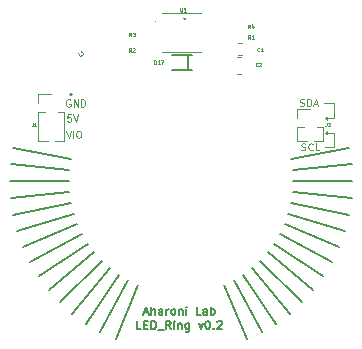
<source format=gbr>
G04 #@! TF.GenerationSoftware,KiCad,Pcbnew,(5.1.4)-1*
G04 #@! TF.CreationDate,2020-09-01T15:21:41-07:00*
G04 #@! TF.ProjectId,LED_Ring,4c45445f-5269-46e6-972e-6b696361645f,rev?*
G04 #@! TF.SameCoordinates,Original*
G04 #@! TF.FileFunction,Legend,Top*
G04 #@! TF.FilePolarity,Positive*
%FSLAX46Y46*%
G04 Gerber Fmt 4.6, Leading zero omitted, Abs format (unit mm)*
G04 Created by KiCad (PCBNEW (5.1.4)-1) date 2020-09-01 15:21:41*
%MOMM*%
%LPD*%
G04 APERTURE LIST*
%ADD10C,0.203000*%
%ADD11C,0.150000*%
%ADD12C,0.120000*%
%ADD13C,0.100000*%
%ADD14C,0.152400*%
%ADD15C,0.050000*%
%ADD16C,0.127000*%
G04 APERTURE END LIST*
D10*
X100682540Y-78146642D02*
X95778614Y-77171190D01*
X119317460Y-78146642D02*
X124221386Y-77171190D01*
X119500000Y-80000000D02*
X124500000Y-80000000D01*
X119317460Y-81853358D02*
X124221386Y-82828810D01*
X118776856Y-83635493D02*
X123396254Y-85548910D01*
X117898961Y-85277917D02*
X122056309Y-88055768D01*
X116717514Y-86717514D02*
X120253048Y-90253048D01*
X115277917Y-87898961D02*
X118055768Y-92056309D01*
X113635493Y-88776856D02*
X115548910Y-93396254D01*
X106364507Y-88776856D02*
X104451090Y-93396254D01*
X104722083Y-87898961D02*
X101944232Y-92056309D01*
X103282486Y-86717514D02*
X99746952Y-90253048D01*
X102101039Y-85277917D02*
X97943691Y-88055768D01*
X101223144Y-83635493D02*
X96603746Y-85548910D01*
X100682540Y-81853358D02*
X95778614Y-82828810D01*
X100545745Y-79068837D02*
X95569821Y-78578752D01*
X119454255Y-79068837D02*
X124430179Y-78578751D01*
X119454255Y-80931163D02*
X124430179Y-81421248D01*
X119090933Y-82757704D02*
X123875635Y-84209127D01*
X118378252Y-84478269D02*
X122787859Y-86835253D01*
X117343599Y-86026736D02*
X121208652Y-89198702D01*
X116026736Y-87343599D02*
X119198703Y-91208651D01*
X114478269Y-88378252D02*
X116835253Y-92787859D01*
X105521731Y-88378252D02*
X103164747Y-92787859D01*
X103973264Y-87343599D02*
X100801298Y-91208652D01*
X102656401Y-86026736D02*
X98791349Y-89198703D01*
X101621748Y-84478269D02*
X97212141Y-86835253D01*
X100909067Y-82757705D02*
X96124365Y-84209129D01*
X100545745Y-80931163D02*
X95569821Y-81421249D01*
X100500000Y-80000000D02*
X95500000Y-80000000D01*
D11*
X106855000Y-91109066D02*
X107188333Y-91109066D01*
X106788333Y-91309066D02*
X107021666Y-90609066D01*
X107255000Y-91309066D01*
X107488333Y-91309066D02*
X107488333Y-90609066D01*
X107788333Y-91309066D02*
X107788333Y-90942400D01*
X107755000Y-90875733D01*
X107688333Y-90842400D01*
X107588333Y-90842400D01*
X107521666Y-90875733D01*
X107488333Y-90909066D01*
X108421666Y-91309066D02*
X108421666Y-90942400D01*
X108388333Y-90875733D01*
X108321666Y-90842400D01*
X108188333Y-90842400D01*
X108121666Y-90875733D01*
X108421666Y-91275733D02*
X108355000Y-91309066D01*
X108188333Y-91309066D01*
X108121666Y-91275733D01*
X108088333Y-91209066D01*
X108088333Y-91142400D01*
X108121666Y-91075733D01*
X108188333Y-91042400D01*
X108355000Y-91042400D01*
X108421666Y-91009066D01*
X108755000Y-91309066D02*
X108755000Y-90842400D01*
X108755000Y-90975733D02*
X108788333Y-90909066D01*
X108821666Y-90875733D01*
X108888333Y-90842400D01*
X108955000Y-90842400D01*
X109288333Y-91309066D02*
X109221666Y-91275733D01*
X109188333Y-91242400D01*
X109155000Y-91175733D01*
X109155000Y-90975733D01*
X109188333Y-90909066D01*
X109221666Y-90875733D01*
X109288333Y-90842400D01*
X109388333Y-90842400D01*
X109455000Y-90875733D01*
X109488333Y-90909066D01*
X109521666Y-90975733D01*
X109521666Y-91175733D01*
X109488333Y-91242400D01*
X109455000Y-91275733D01*
X109388333Y-91309066D01*
X109288333Y-91309066D01*
X109821666Y-90842400D02*
X109821666Y-91309066D01*
X109821666Y-90909066D02*
X109855000Y-90875733D01*
X109921666Y-90842400D01*
X110021666Y-90842400D01*
X110088333Y-90875733D01*
X110121666Y-90942400D01*
X110121666Y-91309066D01*
X110455000Y-91309066D02*
X110455000Y-90842400D01*
X110455000Y-90609066D02*
X110421666Y-90642400D01*
X110455000Y-90675733D01*
X110488333Y-90642400D01*
X110455000Y-90609066D01*
X110455000Y-90675733D01*
X111655000Y-91309066D02*
X111321666Y-91309066D01*
X111321666Y-90609066D01*
X112188333Y-91309066D02*
X112188333Y-90942400D01*
X112155000Y-90875733D01*
X112088333Y-90842400D01*
X111955000Y-90842400D01*
X111888333Y-90875733D01*
X112188333Y-91275733D02*
X112121666Y-91309066D01*
X111955000Y-91309066D01*
X111888333Y-91275733D01*
X111855000Y-91209066D01*
X111855000Y-91142400D01*
X111888333Y-91075733D01*
X111955000Y-91042400D01*
X112121666Y-91042400D01*
X112188333Y-91009066D01*
X112521666Y-91309066D02*
X112521666Y-90609066D01*
X112521666Y-90875733D02*
X112588333Y-90842400D01*
X112721666Y-90842400D01*
X112788333Y-90875733D01*
X112821666Y-90909066D01*
X112855000Y-90975733D01*
X112855000Y-91175733D01*
X112821666Y-91242400D01*
X112788333Y-91275733D01*
X112721666Y-91309066D01*
X112588333Y-91309066D01*
X112521666Y-91275733D01*
X106621666Y-92509066D02*
X106288333Y-92509066D01*
X106288333Y-91809066D01*
X106855000Y-92142400D02*
X107088333Y-92142400D01*
X107188333Y-92509066D02*
X106855000Y-92509066D01*
X106855000Y-91809066D01*
X107188333Y-91809066D01*
X107488333Y-92509066D02*
X107488333Y-91809066D01*
X107655000Y-91809066D01*
X107755000Y-91842400D01*
X107821666Y-91909066D01*
X107855000Y-91975733D01*
X107888333Y-92109066D01*
X107888333Y-92209066D01*
X107855000Y-92342400D01*
X107821666Y-92409066D01*
X107755000Y-92475733D01*
X107655000Y-92509066D01*
X107488333Y-92509066D01*
X108021666Y-92575733D02*
X108555000Y-92575733D01*
X109121666Y-92509066D02*
X108888333Y-92175733D01*
X108721666Y-92509066D02*
X108721666Y-91809066D01*
X108988333Y-91809066D01*
X109055000Y-91842400D01*
X109088333Y-91875733D01*
X109121666Y-91942400D01*
X109121666Y-92042400D01*
X109088333Y-92109066D01*
X109055000Y-92142400D01*
X108988333Y-92175733D01*
X108721666Y-92175733D01*
X109421666Y-92509066D02*
X109421666Y-92042400D01*
X109421666Y-91809066D02*
X109388333Y-91842400D01*
X109421666Y-91875733D01*
X109455000Y-91842400D01*
X109421666Y-91809066D01*
X109421666Y-91875733D01*
X109755000Y-92042400D02*
X109755000Y-92509066D01*
X109755000Y-92109066D02*
X109788333Y-92075733D01*
X109855000Y-92042400D01*
X109955000Y-92042400D01*
X110021666Y-92075733D01*
X110055000Y-92142400D01*
X110055000Y-92509066D01*
X110688333Y-92042400D02*
X110688333Y-92609066D01*
X110655000Y-92675733D01*
X110621666Y-92709066D01*
X110555000Y-92742400D01*
X110455000Y-92742400D01*
X110388333Y-92709066D01*
X110688333Y-92475733D02*
X110621666Y-92509066D01*
X110488333Y-92509066D01*
X110421666Y-92475733D01*
X110388333Y-92442400D01*
X110355000Y-92375733D01*
X110355000Y-92175733D01*
X110388333Y-92109066D01*
X110421666Y-92075733D01*
X110488333Y-92042400D01*
X110621666Y-92042400D01*
X110688333Y-92075733D01*
X111488333Y-92042400D02*
X111655000Y-92509066D01*
X111821666Y-92042400D01*
X112221666Y-91809066D02*
X112288333Y-91809066D01*
X112355000Y-91842400D01*
X112388333Y-91875733D01*
X112421666Y-91942400D01*
X112455000Y-92075733D01*
X112455000Y-92242400D01*
X112421666Y-92375733D01*
X112388333Y-92442400D01*
X112355000Y-92475733D01*
X112288333Y-92509066D01*
X112221666Y-92509066D01*
X112155000Y-92475733D01*
X112121666Y-92442400D01*
X112088333Y-92375733D01*
X112055000Y-92242400D01*
X112055000Y-92075733D01*
X112088333Y-91942400D01*
X112121666Y-91875733D01*
X112155000Y-91842400D01*
X112221666Y-91809066D01*
X112755000Y-92442400D02*
X112788333Y-92475733D01*
X112755000Y-92509066D01*
X112721666Y-92475733D01*
X112755000Y-92442400D01*
X112755000Y-92509066D01*
X113055000Y-91875733D02*
X113088333Y-91842400D01*
X113155000Y-91809066D01*
X113321666Y-91809066D01*
X113388333Y-91842400D01*
X113421666Y-91875733D01*
X113455000Y-91942400D01*
X113455000Y-92009066D01*
X113421666Y-92109066D01*
X113021666Y-92509066D01*
X113455000Y-92509066D01*
D12*
X122498600Y-73338520D02*
X122130300Y-73338520D01*
X122564640Y-77092640D02*
X122153160Y-77092640D01*
D13*
G36*
X122351280Y-76033460D02*
G01*
X122183640Y-75888680D01*
X122351280Y-75741360D01*
X122351280Y-76033460D01*
G37*
X122351280Y-76033460D02*
X122183640Y-75888680D01*
X122351280Y-75741360D01*
X122351280Y-76033460D01*
G36*
X122351280Y-74832040D02*
G01*
X122183640Y-74687260D01*
X122351280Y-74539940D01*
X122351280Y-74832040D01*
G37*
X122351280Y-74832040D02*
X122183640Y-74687260D01*
X122351280Y-74539940D01*
X122351280Y-74832040D01*
D12*
X122958340Y-75886140D02*
X122308100Y-75886140D01*
X122958340Y-77092640D02*
X122958340Y-75886140D01*
X122564640Y-77092640D02*
X122958340Y-77092640D01*
X122950720Y-74687260D02*
X122330960Y-74687260D01*
X122950720Y-73338520D02*
X122950720Y-74687260D01*
X122498600Y-73338520D02*
X122950720Y-73338520D01*
D13*
X120189714Y-77357257D02*
X120275428Y-77385828D01*
X120418285Y-77385828D01*
X120475428Y-77357257D01*
X120504000Y-77328685D01*
X120532571Y-77271542D01*
X120532571Y-77214400D01*
X120504000Y-77157257D01*
X120475428Y-77128685D01*
X120418285Y-77100114D01*
X120304000Y-77071542D01*
X120246857Y-77042971D01*
X120218285Y-77014400D01*
X120189714Y-76957257D01*
X120189714Y-76900114D01*
X120218285Y-76842971D01*
X120246857Y-76814400D01*
X120304000Y-76785828D01*
X120446857Y-76785828D01*
X120532571Y-76814400D01*
X121132571Y-77328685D02*
X121104000Y-77357257D01*
X121018285Y-77385828D01*
X120961142Y-77385828D01*
X120875428Y-77357257D01*
X120818285Y-77300114D01*
X120789714Y-77242971D01*
X120761142Y-77128685D01*
X120761142Y-77042971D01*
X120789714Y-76928685D01*
X120818285Y-76871542D01*
X120875428Y-76814400D01*
X120961142Y-76785828D01*
X121018285Y-76785828D01*
X121104000Y-76814400D01*
X121132571Y-76842971D01*
X121675428Y-77385828D02*
X121389714Y-77385828D01*
X121389714Y-76785828D01*
X120073828Y-73598057D02*
X120159542Y-73626628D01*
X120302400Y-73626628D01*
X120359542Y-73598057D01*
X120388114Y-73569485D01*
X120416685Y-73512342D01*
X120416685Y-73455200D01*
X120388114Y-73398057D01*
X120359542Y-73369485D01*
X120302400Y-73340914D01*
X120188114Y-73312342D01*
X120130971Y-73283771D01*
X120102400Y-73255200D01*
X120073828Y-73198057D01*
X120073828Y-73140914D01*
X120102400Y-73083771D01*
X120130971Y-73055200D01*
X120188114Y-73026628D01*
X120330971Y-73026628D01*
X120416685Y-73055200D01*
X120673828Y-73626628D02*
X120673828Y-73026628D01*
X120816685Y-73026628D01*
X120902400Y-73055200D01*
X120959542Y-73112342D01*
X120988114Y-73169485D01*
X121016685Y-73283771D01*
X121016685Y-73369485D01*
X120988114Y-73483771D01*
X120959542Y-73540914D01*
X120902400Y-73598057D01*
X120816685Y-73626628D01*
X120673828Y-73626628D01*
X121245257Y-73455200D02*
X121530971Y-73455200D01*
X121188114Y-73626628D02*
X121388114Y-73026628D01*
X121588114Y-73626628D01*
X100284477Y-75704888D02*
X100484477Y-76304888D01*
X100684477Y-75704888D01*
X100884477Y-76304888D02*
X100884477Y-75704888D01*
X101284477Y-75704888D02*
X101398762Y-75704888D01*
X101455905Y-75733460D01*
X101513048Y-75790602D01*
X101541620Y-75904888D01*
X101541620Y-76104888D01*
X101513048Y-76219174D01*
X101455905Y-76276317D01*
X101398762Y-76304888D01*
X101284477Y-76304888D01*
X101227334Y-76276317D01*
X101170191Y-76219174D01*
X101141620Y-76104888D01*
X101141620Y-75904888D01*
X101170191Y-75790602D01*
X101227334Y-75733460D01*
X101284477Y-75704888D01*
X100672914Y-74347428D02*
X100387200Y-74347428D01*
X100358628Y-74633142D01*
X100387200Y-74604571D01*
X100444342Y-74576000D01*
X100587200Y-74576000D01*
X100644342Y-74604571D01*
X100672914Y-74633142D01*
X100701485Y-74690285D01*
X100701485Y-74833142D01*
X100672914Y-74890285D01*
X100644342Y-74918857D01*
X100587200Y-74947428D01*
X100444342Y-74947428D01*
X100387200Y-74918857D01*
X100358628Y-74890285D01*
X100872914Y-74347428D02*
X101072914Y-74947428D01*
X101272914Y-74347428D01*
X100609457Y-73106000D02*
X100552314Y-73077428D01*
X100466600Y-73077428D01*
X100380885Y-73106000D01*
X100323742Y-73163142D01*
X100295171Y-73220285D01*
X100266600Y-73334571D01*
X100266600Y-73420285D01*
X100295171Y-73534571D01*
X100323742Y-73591714D01*
X100380885Y-73648857D01*
X100466600Y-73677428D01*
X100523742Y-73677428D01*
X100609457Y-73648857D01*
X100638028Y-73620285D01*
X100638028Y-73420285D01*
X100523742Y-73420285D01*
X100895171Y-73677428D02*
X100895171Y-73077428D01*
X101238028Y-73677428D01*
X101238028Y-73077428D01*
X101523742Y-73677428D02*
X101523742Y-73077428D01*
X101666600Y-73077428D01*
X101752314Y-73106000D01*
X101809457Y-73163142D01*
X101838028Y-73220285D01*
X101866600Y-73334571D01*
X101866600Y-73420285D01*
X101838028Y-73534571D01*
X101809457Y-73591714D01*
X101752314Y-73648857D01*
X101666600Y-73677428D01*
X101523742Y-73677428D01*
D14*
X100737616Y-72649549D02*
G75*
G03X100737616Y-72649549I-76200J0D01*
G01*
D15*
X108368800Y-69095000D02*
X111721600Y-69095000D01*
X111721600Y-65742200D02*
X108368800Y-65742200D01*
X107802854Y-66485464D02*
G75*
G03X107839400Y-66342400I36546J66864D01*
G01*
D16*
X110553400Y-69340400D02*
X110553400Y-70590400D01*
X110553400Y-70590400D02*
X109253400Y-70590400D01*
X110953400Y-70590400D02*
X110553400Y-70590400D01*
X110553400Y-69340400D02*
X110953400Y-69340400D01*
X109253400Y-69340400D02*
X110553400Y-69340400D01*
D12*
X97899680Y-72613900D02*
X99009680Y-72613900D01*
X97899680Y-73373900D02*
X97899680Y-72613900D01*
X99573151Y-74133900D02*
X100119680Y-74133900D01*
X97899680Y-74133900D02*
X98446209Y-74133900D01*
X100119680Y-74133900D02*
X100119680Y-76608900D01*
X97899680Y-74133900D02*
X97899680Y-76608900D01*
X99317210Y-76608900D02*
X100119680Y-76608900D01*
X97899680Y-76608900D02*
X98702150Y-76608900D01*
X119831580Y-73883420D02*
X120941580Y-73883420D01*
X119831580Y-74643420D02*
X119831580Y-73883420D01*
X121505051Y-75403420D02*
X122051580Y-75403420D01*
X119831580Y-75403420D02*
X120378109Y-75403420D01*
X122051580Y-75403420D02*
X122051580Y-76608420D01*
X119831580Y-75403420D02*
X119831580Y-76608420D01*
X121249110Y-76608420D02*
X122051580Y-76608420D01*
X119831580Y-76608420D02*
X120634050Y-76608420D01*
X115173979Y-68298600D02*
X114848421Y-68298600D01*
X115173979Y-69318600D02*
X114848421Y-69318600D01*
D13*
X115114600Y-69480200D02*
X114704600Y-69480200D01*
X115114600Y-70880200D02*
X114704600Y-70880200D01*
D15*
X101593353Y-69276527D02*
X101480780Y-69364479D01*
X101296082Y-69128075D01*
X101795984Y-69118214D02*
X101660897Y-69223756D01*
X101728441Y-69170985D02*
X101543742Y-68934582D01*
X101547613Y-68985944D01*
X101542689Y-69026049D01*
X101528969Y-69054896D01*
X115875600Y-67928314D02*
X115775600Y-67785457D01*
X115704171Y-67928314D02*
X115704171Y-67628314D01*
X115818457Y-67628314D01*
X115847028Y-67642600D01*
X115861314Y-67656885D01*
X115875600Y-67685457D01*
X115875600Y-67728314D01*
X115861314Y-67756885D01*
X115847028Y-67771171D01*
X115818457Y-67785457D01*
X115704171Y-67785457D01*
X116161314Y-67928314D02*
X115989885Y-67928314D01*
X116075600Y-67928314D02*
X116075600Y-67628314D01*
X116047028Y-67671171D01*
X116018457Y-67699742D01*
X115989885Y-67714028D01*
X105779100Y-69020514D02*
X105679100Y-68877657D01*
X105607671Y-69020514D02*
X105607671Y-68720514D01*
X105721957Y-68720514D01*
X105750528Y-68734800D01*
X105764814Y-68749085D01*
X105779100Y-68777657D01*
X105779100Y-68820514D01*
X105764814Y-68849085D01*
X105750528Y-68863371D01*
X105721957Y-68877657D01*
X105607671Y-68877657D01*
X105893385Y-68749085D02*
X105907671Y-68734800D01*
X105936242Y-68720514D01*
X106007671Y-68720514D01*
X106036242Y-68734800D01*
X106050528Y-68749085D01*
X106064814Y-68777657D01*
X106064814Y-68806228D01*
X106050528Y-68849085D01*
X105879100Y-69020514D01*
X106064814Y-69020514D01*
X105791800Y-67712414D02*
X105691800Y-67569557D01*
X105620371Y-67712414D02*
X105620371Y-67412414D01*
X105734657Y-67412414D01*
X105763228Y-67426700D01*
X105777514Y-67440985D01*
X105791800Y-67469557D01*
X105791800Y-67512414D01*
X105777514Y-67540985D01*
X105763228Y-67555271D01*
X105734657Y-67569557D01*
X105620371Y-67569557D01*
X105891800Y-67412414D02*
X106077514Y-67412414D01*
X105977514Y-67526700D01*
X106020371Y-67526700D01*
X106048942Y-67540985D01*
X106063228Y-67555271D01*
X106077514Y-67583842D01*
X106077514Y-67655271D01*
X106063228Y-67683842D01*
X106048942Y-67698128D01*
X106020371Y-67712414D01*
X105934657Y-67712414D01*
X105906085Y-67698128D01*
X105891800Y-67683842D01*
X109925628Y-65330714D02*
X109925628Y-65573571D01*
X109939914Y-65602142D01*
X109954200Y-65616428D01*
X109982771Y-65630714D01*
X110039914Y-65630714D01*
X110068485Y-65616428D01*
X110082771Y-65602142D01*
X110097057Y-65573571D01*
X110097057Y-65330714D01*
X110397057Y-65630714D02*
X110225628Y-65630714D01*
X110311342Y-65630714D02*
X110311342Y-65330714D01*
X110282771Y-65373571D01*
X110254200Y-65402142D01*
X110225628Y-65416428D01*
X110256020Y-66141794D02*
X110256020Y-66213222D01*
X110184591Y-66184651D02*
X110256020Y-66213222D01*
X110327448Y-66184651D01*
X110213162Y-66270365D02*
X110256020Y-66213222D01*
X110298877Y-66270365D01*
X107732514Y-70075714D02*
X107732514Y-69775714D01*
X107803942Y-69775714D01*
X107846800Y-69790000D01*
X107875371Y-69818571D01*
X107889657Y-69847142D01*
X107903942Y-69904285D01*
X107903942Y-69947142D01*
X107889657Y-70004285D01*
X107875371Y-70032857D01*
X107846800Y-70061428D01*
X107803942Y-70075714D01*
X107732514Y-70075714D01*
X108189657Y-70075714D02*
X108018228Y-70075714D01*
X108103942Y-70075714D02*
X108103942Y-69775714D01*
X108075371Y-69818571D01*
X108046800Y-69847142D01*
X108018228Y-69861428D01*
X108289657Y-69775714D02*
X108489657Y-69775714D01*
X108361085Y-70075714D01*
X115852600Y-67039314D02*
X115752600Y-66896457D01*
X115681171Y-67039314D02*
X115681171Y-66739314D01*
X115795457Y-66739314D01*
X115824028Y-66753600D01*
X115838314Y-66767885D01*
X115852600Y-66796457D01*
X115852600Y-66839314D01*
X115838314Y-66867885D01*
X115824028Y-66882171D01*
X115795457Y-66896457D01*
X115681171Y-66896457D01*
X116109742Y-66839314D02*
X116109742Y-67039314D01*
X116038314Y-66725028D02*
X115966885Y-66939314D01*
X116152600Y-66939314D01*
X97450720Y-75058254D02*
X97450720Y-75272540D01*
X97436434Y-75315397D01*
X97407862Y-75343968D01*
X97365005Y-75358254D01*
X97336434Y-75358254D01*
X97750720Y-75358254D02*
X97579291Y-75358254D01*
X97665005Y-75358254D02*
X97665005Y-75058254D01*
X97636434Y-75101111D01*
X97607862Y-75129682D01*
X97579291Y-75143968D01*
X122312240Y-75058254D02*
X122312240Y-75272540D01*
X122297954Y-75315397D01*
X122269382Y-75343968D01*
X122226525Y-75358254D01*
X122197954Y-75358254D01*
X122440811Y-75086825D02*
X122455097Y-75072540D01*
X122483668Y-75058254D01*
X122555097Y-75058254D01*
X122583668Y-75072540D01*
X122597954Y-75086825D01*
X122612240Y-75115397D01*
X122612240Y-75143968D01*
X122597954Y-75186825D01*
X122426525Y-75358254D01*
X122612240Y-75358254D01*
X116637600Y-68966542D02*
X116623314Y-68980828D01*
X116580457Y-68995114D01*
X116551885Y-68995114D01*
X116509028Y-68980828D01*
X116480457Y-68952257D01*
X116466171Y-68923685D01*
X116451885Y-68866542D01*
X116451885Y-68823685D01*
X116466171Y-68766542D01*
X116480457Y-68737971D01*
X116509028Y-68709400D01*
X116551885Y-68695114D01*
X116580457Y-68695114D01*
X116623314Y-68709400D01*
X116637600Y-68723685D01*
X116923314Y-68995114D02*
X116751885Y-68995114D01*
X116837600Y-68995114D02*
X116837600Y-68695114D01*
X116809028Y-68737971D01*
X116780457Y-68766542D01*
X116751885Y-68780828D01*
X116510600Y-70236542D02*
X116496314Y-70250828D01*
X116453457Y-70265114D01*
X116424885Y-70265114D01*
X116382028Y-70250828D01*
X116353457Y-70222257D01*
X116339171Y-70193685D01*
X116324885Y-70136542D01*
X116324885Y-70093685D01*
X116339171Y-70036542D01*
X116353457Y-70007971D01*
X116382028Y-69979400D01*
X116424885Y-69965114D01*
X116453457Y-69965114D01*
X116496314Y-69979400D01*
X116510600Y-69993685D01*
X116624885Y-69993685D02*
X116639171Y-69979400D01*
X116667742Y-69965114D01*
X116739171Y-69965114D01*
X116767742Y-69979400D01*
X116782028Y-69993685D01*
X116796314Y-70022257D01*
X116796314Y-70050828D01*
X116782028Y-70093685D01*
X116610600Y-70265114D01*
X116796314Y-70265114D01*
M02*

</source>
